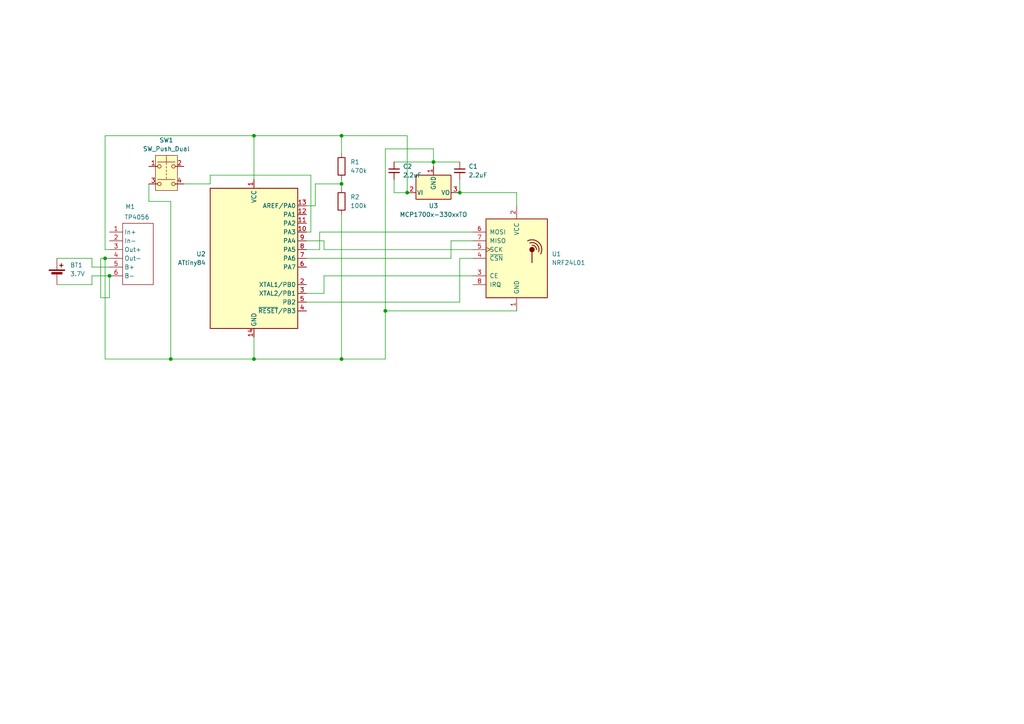
<source format=kicad_sch>
(kicad_sch (version 20250114) (generator "eeschema") (generator_version "9.0")
  (paper "A4")
  (title_block (title "nRF24 Button") (date "2025-12-19") (rev "1.0"))
  (lib_symbols
    (symbol "Device:Battery_Cell" (pin_numbers (hide yes)) (pin_names (offset 0) (hide yes))
      (property "Reference" "BT1" (at 3.81 3.1116 0))
      (property "Value" "3.7V" (at 3.81 0.5716 0))
      (symbol "Battery_Cell_0_1"
        (rectangle (start -2.286 1.778) (end 2.286 1.524) (fill (type outline)))
        (rectangle (start -1.524 1.016) (end 1.524 0.508) (fill (type outline)))
        (polyline (pts (xy 0 1.778) (xy 0 2.54)))
        (polyline (pts (xy 0 0.762) (xy 0 0)))
        (polyline (pts (xy 0.762 3.048) (xy 1.778 3.048)) (stroke (width 0.254)))
        (polyline (pts (xy 1.27 3.556) (xy 1.27 2.54)) (stroke (width 0.254)))
      )
      (symbol "Battery_Cell_1_1"
        (pin power_out line (at 0 5.08 270) (length 2.54) (name "+") (number "1"))
        (pin passive line (at 0 -2.54 90) (length 2.54) (name "-") (number "2"))
      )
    )
    (symbol "Device:C_Small" (pin_numbers (hide yes)) (pin_names (offset 0.254) (hide yes))
      (property "Reference" "C" (at 0.254 1.778 0))
      (property "Value" "C_Small" (at 0.254 -2.032 0))
      (symbol "C_Small_0_1"
        (polyline (pts (xy -1.524 0.508) (xy 1.524 0.508)) (stroke (width 0.3048)))
        (polyline (pts (xy -1.524 -0.508) (xy 1.524 -0.508)) (stroke (width 0.3302)))
      )
      (symbol "C_Small_1_1"
        (pin passive line (at 0 2.54 270) (length 2.032) (name "~") (number "1"))
        (pin passive line (at 0 -2.54 90) (length 2.032) (name "~") (number "2"))
      )
    )
    (symbol "Device:R" (pin_numbers (hide yes)) (pin_names (offset 0))
      (property "Reference" "R" (at 2.032 0 90))
      (property "Value" "R" (at 0 0 90))
      (symbol "R_0_1"
        (rectangle (start -1.016 -2.54) (end 1.016 2.54) (stroke (width 0.254)))
      )
      (symbol "R_1_1"
        (pin passive line (at 0 3.81 270) (length 1.27) (name "~") (number "1"))
        (pin passive line (at 0 -3.81 90) (length 1.27) (name "~") (number "2"))
      )
    )
    (symbol "MCU_Microchip_ATtiny:ATtiny84A-P"
      (property "Reference" "U" (at -12.7 21.59 0))
      (property "Value" "ATtiny84A-P" (at 2.54 -21.59 0))
      (symbol "ATtiny84A-P_0_1"
        (rectangle (start -12.7 -20.32) (end 12.7 20.32) (stroke (width 0.254)) (fill (type background)))
      )
      (symbol "ATtiny84A-P_1_1"
        (pin power_in line (at 0 22.86 270) (length 2.54) (name "VCC") (number "1"))
        (pin power_in line (at 0 -22.86 90) (length 2.54) (name "GND") (number "14"))
        (pin bidirectional line (at 15.24 15.24 180) (length 2.54) (name "AREF/PA0") (number "13"))
        (pin bidirectional line (at 15.24 12.7 180) (length 2.54) (name "PA1") (number "12"))
        (pin bidirectional line (at 15.24 10.16 180) (length 2.54) (name "PA2") (number "11"))
        (pin bidirectional line (at 15.24 7.62 180) (length 2.54) (name "PA3") (number "10"))
        (pin bidirectional line (at 15.24 5.08 180) (length 2.54) (name "PA4") (number "9"))
        (pin bidirectional line (at 15.24 2.54 180) (length 2.54) (name "PA5") (number "8"))
        (pin bidirectional line (at 15.24 0 180) (length 2.54) (name "PA6") (number "7"))
        (pin bidirectional line (at 15.24 -2.54 180) (length 2.54) (name "PA7") (number "6"))
        (pin bidirectional line (at 15.24 -7.62 180) (length 2.54) (name "XTAL1/PB0") (number "2"))
        (pin bidirectional line (at 15.24 -10.16 180) (length 2.54) (name "XTAL2/PB1") (number "3"))
        (pin bidirectional line (at 15.24 -12.7 180) (length 2.54) (name "PB2") (number "5"))
        (pin bidirectional line (at 15.24 -15.24 180) (length 2.54) (name "~{RESET}/PB3") (number "4"))
      )
    )
    (symbol "RF:NRF24L01_Breakout" (pin_names (offset 1.016))
      (property "Reference" "U" (at -8.89 12.7 0))
      (property "Value" "NRF24L01_Breakout" (at 3.81 12.7 0))
      (symbol "NRF24L01_Breakout_0_1"
        (rectangle (start -8.89 11.43) (end 8.89 -11.43) (stroke (width 0.254)) (fill (type background)))
        (arc (start 3.175 5.08) (mid 6.453 4.548) (end 6.985 1.27) (stroke (width 0.254)))
        (circle (center 4.445 2.54) (radius 0.635) (stroke (width 0.254)) (fill (type outline)))
        (polyline (pts (xy 4.445 1.905) (xy 4.445 -1.27)) (stroke (width 0.254)))
        (arc (start 3.81 4.445) (mid 5.8835 3.9785) (end 6.35 1.905) (stroke (width 0.254)))
        (arc (start 4.445 3.81) (mid 5.3558 3.4508) (end 5.715 2.54) (stroke (width 0.254)))
      )
      (symbol "NRF24L01_Breakout_1_1"
        (pin input line (at -12.7 7.62 0) (length 3.81) (name "MOSI") (number "6"))
        (pin output line (at -12.7 5.08 0) (length 3.81) (name "MISO") (number "7"))
        (pin input clock (at -12.7 2.54 0) (length 3.81) (name "SCK") (number "5"))
        (pin input line (at -12.7 0 0) (length 3.81) (name "~{CSN}") (number "4"))
        (pin input line (at -12.7 -5.08 0) (length 3.81) (name "CE") (number "3"))
        (pin output line (at -12.7 -7.62 0) (length 3.81) (name "IRQ") (number "8"))
        (pin power_in line (at 0 15.24 270) (length 3.81) (name "VCC") (number "2"))
        (pin power_in line (at 0 -15.24 90) (length 3.81) (name "GND") (number "1"))
      )
    )
    (symbol "Regulator_Linear:MCP1700x-330xxTO" (pin_names (offset 0.254))
      (property "Reference" "U" (at -3.81 -3.175 0))
      (property "Value" "MCP1700x-330xxTO" (at 0 -3.175 0))
      (symbol "MCP1700x-330xxTO_0_1"
        (rectangle (start -5.08 5.08) (end 5.08 -1.905) (stroke (width 0.254)) (fill (type background)))
      )
      (symbol "MCP1700x-330xxTO_1_1"
        (pin power_in line (at -7.62 0 0) (length 2.54) (name "VI") (number "2"))
        (pin power_in line (at 0 7.62 270) (length 2.54) (name "GND") (number "1"))
        (pin power_out line (at 7.62 0 180) (length 2.54) (name "VO") (number "3"))
      )
    )
    (symbol "Switch:SW_Push_Dual" (pin_names (offset 1.016) (hide yes))
      (property "Reference" "SW" (at 0 7.62 0))
      (property "Value" "SW_Push_Dual" (at 0 -6.35 0))
      (symbol "SW_Push_Dual_0_1"
        (circle (center -2.032 2.54) (radius 0.508))
        (circle (center -2.032 -2.54) (radius 0.508))
        (polyline (pts (xy 0 3.81) (xy 0 5.588)))
        (polyline (pts (xy 0 3.048) (xy 0 3.556)))
        (polyline (pts (xy 0 2.032) (xy 0 2.54)))
        (polyline (pts (xy 0 1.016) (xy 0 1.524)))
        (polyline (pts (xy 0 0.508) (xy 0 0)))
        (polyline (pts (xy 0 -0.508) (xy 0 -1.016)))
        (circle (center 2.032 2.54) (radius 0.508))
        (circle (center 2.032 -2.54) (radius 0.508))
        (polyline (pts (xy 2.54 3.81) (xy -2.54 3.81)))
        (polyline (pts (xy 2.54 -1.27) (xy -2.54 -1.27)))
        (pin passive line (at -5.08 2.54 0) (length 2.54) (name "1") (number "1"))
        (pin passive line (at -5.08 -2.54 0) (length 2.54) (name "3") (number "3"))
        (pin passive line (at 5.08 2.54 180) (length 2.54) (name "2") (number "2"))
        (pin passive line (at 5.08 -2.54 180) (length 2.54) (name "4") (number "4"))
      )
      (symbol "SW_Push_Dual_1_1"
        (rectangle (start -3.175 5.715) (end 3.175 -4.445) (fill (type background)))
      )
    )
    (symbol "hagego:TP4056_Module" (exclude_from_sim yes)
      (property "Reference" "M" (at 6.35 7.62 0))
      (symbol "TP4056_Module_0_1"
        (rectangle (start 1.27 8.89) (end 10.16 -8.89))
      )
      (symbol "TP4056_Module_1_1"
        (pin power_in line (at -2.54 6.35 0) (length 3.81) (name "In+") (number "1"))
        (pin power_in line (at -2.54 3.81 0) (length 3.81) (name "In-") (number "2"))
        (pin power_out line (at -2.54 1.27 0) (length 3.81) (name "Out+") (number "3"))
        (pin power_out line (at -2.54 -1.27 0) (length 3.81) (name "Out-") (number "4"))
        (pin power_in line (at -2.54 -3.81 0) (length 3.81) (name "B+") (number "5"))
        (pin power_in line (at -2.54 -6.35 0) (length 3.81) (name "B-") (number "6"))
      )
    )
  )
  (junction (at 133.35 55.88))
  (junction (at 118.11 55.88))
  (junction (at 99.06 53.34))
  (junction (at 31.75 80.01))
  (junction (at 73.66 39.37))
  (junction (at 99.06 39.37))
  (junction (at 111.76 90.17))
  (junction (at 125.73 46.99))
  (junction (at 49.53 104.14))
  (junction (at 73.66 104.14))
  (junction (at 99.06 104.14))
  (junction (at 30.48 74.93))
  (wire (pts (xy 26.67 80.01) (xy 31.75 80.01)))
  (wire (pts (xy 49.53 104.14) (xy 73.66 104.14)))
  (wire (pts (xy 99.06 39.37) (xy 99.06 44.45)))
  (wire (pts (xy 30.48 74.93) (xy 31.75 74.93)))
  (wire (pts (xy 93.98 80.01) (xy 137.16 80.01)))
  (wire (pts (xy 111.76 43.18) (xy 125.73 43.18)))
  (wire (pts (xy 125.73 43.18) (xy 125.73 46.99)))
  (wire (pts (xy 93.98 85.09) (xy 93.98 80.01)))
  (wire (pts (xy 73.66 97.79) (xy 73.66 104.14)))
  (wire (pts (xy 91.44 53.34) (xy 91.44 59.69)))
  (wire (pts (xy 91.44 53.34) (xy 99.06 53.34)))
  (wire (pts (xy 99.06 104.14) (xy 111.76 104.14)))
  (wire (pts (xy 149.86 55.88) (xy 149.86 59.69)))
  (wire (pts (xy 92.71 72.39) (xy 92.71 67.31)))
  (wire (pts (xy 130.81 74.93) (xy 130.81 69.85)))
  (wire (pts (xy 93.98 72.39) (xy 137.16 72.39)))
  (wire (pts (xy 93.98 69.85) (xy 93.98 72.39)))
  (wire (pts (xy 43.18 58.42) (xy 49.53 58.42)))
  (wire (pts (xy 88.9 74.93) (xy 130.81 74.93)))
  (wire (pts (xy 133.35 52.07) (xy 133.35 55.88)))
  (wire (pts (xy 133.35 87.63) (xy 133.35 74.93)))
  (wire (pts (xy 114.3 55.88) (xy 118.11 55.88)))
  (wire (pts (xy 99.06 52.07) (xy 99.06 53.34)))
  (wire (pts (xy 92.71 67.31) (xy 137.16 67.31)))
  (wire (pts (xy 125.73 46.99) (xy 133.35 46.99)))
  (wire (pts (xy 130.81 55.88) (xy 133.35 55.88)))
  (wire (pts (xy 30.48 39.37) (xy 73.66 39.37)))
  (wire (pts (xy 133.35 74.93) (xy 137.16 74.93)))
  (wire (pts (xy 29.21 74.93) (xy 30.48 74.93)))
  (wire (pts (xy 88.9 69.85) (xy 93.98 69.85)))
  (wire (pts (xy 73.66 39.37) (xy 73.66 52.07)))
  (wire (pts (xy 73.66 39.37) (xy 99.06 39.37)))
  (wire (pts (xy 73.66 104.14) (xy 99.06 104.14)))
  (wire (pts (xy 149.86 90.17) (xy 111.76 90.17)))
  (wire (pts (xy 88.9 85.09) (xy 93.98 85.09)))
  (wire (pts (xy 53.34 53.34) (xy 60.96 53.34)))
  (wire (pts (xy 118.11 39.37) (xy 118.11 55.88)))
  (wire (pts (xy 26.67 74.93) (xy 26.67 77.47)))
  (wire (pts (xy 111.76 90.17) (xy 111.76 104.14)))
  (wire (pts (xy 88.9 87.63) (xy 133.35 87.63)))
  (wire (pts (xy 31.75 80.01) (xy 31.75 86.36)))
  (wire (pts (xy 30.48 74.93) (xy 30.48 104.14)))
  (wire (pts (xy 16.51 82.55) (xy 26.67 82.55)))
  (wire (pts (xy 99.06 54.61) (xy 99.06 53.34)))
  (wire (pts (xy 114.3 46.99) (xy 125.73 46.99)))
  (wire (pts (xy 30.48 72.39) (xy 30.48 39.37)))
  (wire (pts (xy 125.73 46.99) (xy 125.73 48.26)))
  (wire (pts (xy 31.75 72.39) (xy 30.48 72.39)))
  (wire (pts (xy 90.17 50.8) (xy 90.17 67.31)))
  (wire (pts (xy 88.9 72.39) (xy 92.71 72.39)))
  (wire (pts (xy 130.81 69.85) (xy 137.16 69.85)))
  (wire (pts (xy 118.11 39.37) (xy 99.06 39.37)))
  (wire (pts (xy 114.3 52.07) (xy 114.3 55.88)))
  (wire (pts (xy 133.35 55.88) (xy 149.86 55.88)))
  (wire (pts (xy 60.96 50.8) (xy 90.17 50.8)))
  (wire (pts (xy 26.67 80.01) (xy 26.67 82.55)))
  (wire (pts (xy 16.51 74.93) (xy 26.67 74.93)))
  (wire (pts (xy 26.67 77.47) (xy 31.75 77.47)))
  (wire (pts (xy 30.48 104.14) (xy 49.53 104.14)))
  (wire (pts (xy 49.53 58.42) (xy 49.53 104.14)))
  (wire (pts (xy 91.44 59.69) (xy 88.9 59.69)))
  (wire (pts (xy 29.21 86.36) (xy 29.21 74.93)))
  (wire (pts (xy 99.06 62.23) (xy 99.06 104.14)))
  (wire (pts (xy 31.75 86.36) (xy 29.21 86.36)))
  (wire (pts (xy 111.76 43.18) (xy 111.76 90.17)))
  (wire (pts (xy 60.96 53.34) (xy 60.96 50.8)))
  (wire (pts (xy 43.18 53.34) (xy 43.18 58.42)))
  (wire (pts (xy 90.17 67.31) (xy 88.9 67.31)))
  (symbol (lib_id "Device:R") (at 99.06 48.26 0) (unit 1)
    (property "Reference" "R1" (at 101.6 46.9899 0) (effects (justify left)))
    (property "Value" "470k" (at 101.6 49.5299 0) (effects (justify left)))
    (property "Footprint" "Resistor_THT:R_Axial_DIN0207_L6.3mm_D2.5mm_P10.16mm_Horizontal" (effects (hide yes)))
    (property "Description" "Resistor" (effects (hide yes)))
  )
  (symbol (lib_id "Device:C_Small") (at 114.3 49.53 0) (unit 1)
    (property "Reference" "C2" (at 116.84 48.2662 0) (effects (justify left)))
    (property "Value" "2.2uF" (at 116.84 50.8062 0) (effects (justify left)))
    (property "Footprint" "Capacitor_THT:C_Disc_D5.0mm_W2.5mm_P2.50mm" (effects (hide yes)))
    (property "Description" "Unpolarized capacitor, small symbol" (effects (hide yes)))
  )
  (symbol (lib_id "RF:NRF24L01_Breakout") (at 149.86 74.93 0) (unit 1)
    (property "Reference" "U1" (at 160.02 73.6599 0) (effects (justify left)))
    (property "Value" "NRF24L01" (at 160.02 76.1999 0) (effects (justify left)))
    (property "Footprint" "RF_Module:nRF24L01_Breakout" (effects (hide yes)))
    (property "Datasheet" "http://www.nordicsemi.com/eng/content/download/2730/34105/file/nRF24L01_Product_Specification_v2_0.pdf" (effects (hide yes)))
    (property "Description" "Ultra low power 2.4GHz RF Transceiver, Carrier PCB" (effects (hide yes)))
  )
  (symbol (lib_id "MCU_Microchip_ATtiny:ATtiny84A-P") (at 73.66 74.93 0) (unit 1)
    (property "Reference" "U2" (at 59.69 73.6599 0) (effects (justify right)))
    (property "Value" "ATtiny84" (at 59.69 76.1999 0) (effects (justify right)))
    (property "Footprint" "Package_DIP:DIP-14_W7.62mm_Socket" (effects (hide yes)))
    (property "Datasheet" "http://ww1.microchip.com/downloads/en/DeviceDoc/doc8183.pdf" (effects (hide yes)))
    (property "Description" "20MHz, 8kB Flash, 512B SRAM, 512B EEPROM, debugWIRE, DIP-14" (effects (hide yes)))
  )
  (symbol (lib_id "Device:Battery_Cell") (at 16.51 80.01 0) (unit 1)
    (property "Reference" "BT1" (at 20.32 76.8984 0) (effects (justify left)))
    (property "Value" "3.7V" (at 20.32 79.4384 0) (effects (justify left)))
    (property "Footprint" "Connector_JST:JST_PH_B2B-PH-K_1x02_P2.00mm_Vertical" (effects (hide yes)))
    (property "Description" "Single-cell battery" (effects (hide yes)))
  )
  (symbol (lib_id "hagego:TP4056_Module") (at 34.29 73.66 0) (unit 1) (exclude_from_sim yes)
    (property "Reference" "M1" (at 36.322 59.944 0) (effects (justify left)))
    (property "Value" "TP4056" (at 36.068 62.992 0) (effects (justify left)))
    (property "Footprint" "KiCad Library:TP4056-18650" (effects (hide yes)))
    (property "Description" "TP4056 Battery Charger Module" (effects (hide yes)))
  )
  (symbol (lib_id "Device:R") (at 99.06 58.42 0) (unit 1)
    (property "Reference" "R2" (at 101.6 57.1499 0) (effects (justify left)))
    (property "Value" "100k" (at 101.6 59.6899 0) (effects (justify left)))
    (property "Footprint" "Resistor_THT:R_Axial_DIN0207_L6.3mm_D2.5mm_P10.16mm_Horizontal" (effects (hide yes)))
    (property "Description" "Resistor" (effects (hide yes)))
  )
  (symbol (lib_id "Switch:SW_Push_Dual") (at 48.26 50.8 0) (unit 1)
    (property "Reference" "SW1" (at 48.26 40.64 0))
    (property "Value" "SW_Push_Dual" (at 48.26 43.18 0))
    (property "Footprint" "Button_Switch_THT:Push_E-Switch_KS01Q01" (effects (hide yes)))
    (property "Description" "Push button switch, generic, symbol, four pins" (effects (hide yes)))
  )
  (symbol (lib_id "Device:C_Small") (at 133.35 49.53 0) (unit 1)
    (property "Reference" "C1" (at 135.89 48.2662 0) (effects (justify left)))
    (property "Value" "2.2uF" (at 135.89 50.8062 0) (effects (justify left)))
    (property "Footprint" "Capacitor_THT:C_Disc_D5.0mm_W2.5mm_P5.00mm" (effects (hide yes)))
    (property "Description" "Unpolarized capacitor, small symbol" (effects (hide yes)))
  )
  (symbol (lib_id "Regulator_Linear:MCP1700x-330xxTO") (at 125.73 55.88 0) (unit 1)
    (property "Reference" "U3" (at 125.73 59.69 0))
    (property "Value" "MCP1700x-330xxTO" (at 125.73 62.23 0))
    (property "Footprint" "Package_TO_SOT_THT:TO-92_Inline" (effects (hide yes)))
    (property "Datasheet" "http://ww1.microchip.com/downloads/en/DeviceDoc/20001826D.pdf" (effects (hide yes)))
    (property "Description" "250mA Low Quiscent Current LDO, 3.3V output, TO-92" (effects (hide yes)))
  )
)
</source>
